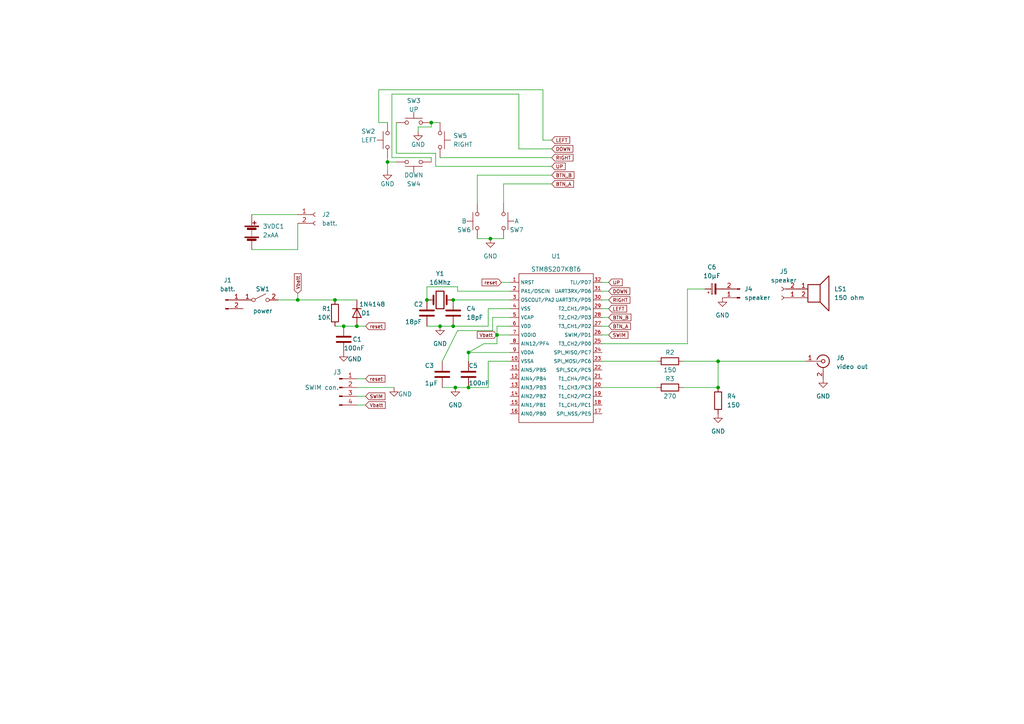
<source format=kicad_sch>
(kicad_sch (version 20211123) (generator eeschema)
  (paper "A4")
  (lib_symbols
    (symbol "Connector:Conn_01x02_Female" (pin_names (offset 1.016) hide)
      (property "Reference" "J" (at 0 2.54 0))
      (property "Value" "Conn_01x02_Female" (at 0 -5.08 0))
      (symbol "Conn_01x02_Female_1_1"
        (arc (start 0 -2.032) (mid -0.508 -2.54) (end 0 -3.048) (stroke (width 0.1524)))
        (polyline (pts (xy -1.27 -2.54) (xy -0.508 -2.54)) (stroke (width 0.1524)))
        (polyline (pts (xy -1.27 0) (xy -0.508 0)) (stroke (width 0.1524)))
        (arc (start 0 0.508) (mid -0.508 0) (end 0 -0.508) (stroke (width 0.1524)))
        (pin passive line (at -5.08 0 0) (length 3.81) (name "Pin_1") (number "1"))
        (pin passive line (at -5.08 -2.54 0) (length 3.81) (name "Pin_2") (number "2"))
      )
    )
    (symbol "Connector:Conn_01x02_Male" (pin_names (offset 1.016) hide)
      (property "Reference" "J" (at 0 2.54 0))
      (property "Value" "Conn_01x02_Male" (at 0 -5.08 0))
      (symbol "Conn_01x02_Male_1_1"
        (polyline (pts (xy 1.27 -2.54) (xy 0.8636 -2.54)) (stroke (width 0.1524)))
        (polyline (pts (xy 1.27 0) (xy 0.8636 0)) (stroke (width 0.1524)))
        (rectangle (start 0.8636 -2.413) (end 0 -2.667) (stroke (width 0.1524)) (fill (type outline)))
        (rectangle (start 0.8636 0.127) (end 0 -0.127) (stroke (width 0.1524)) (fill (type outline)))
        (pin passive line (at 5.08 0 180) (length 3.81) (name "Pin_1") (number "1"))
        (pin passive line (at 5.08 -2.54 180) (length 3.81) (name "Pin_2") (number "2"))
      )
    )
    (symbol "Connector:Conn_01x04_Male" (pin_names (offset 1.016) hide)
      (property "Reference" "J" (at 0 5.08 0))
      (property "Value" "Conn_01x04_Male" (at 0 -7.62 0))
      (symbol "Conn_01x04_Male_1_1"
        (polyline (pts (xy 1.27 -5.08) (xy 0.8636 -5.08)) (stroke (width 0.1524)))
        (polyline (pts (xy 1.27 -2.54) (xy 0.8636 -2.54)) (stroke (width 0.1524)))
        (polyline (pts (xy 1.27 0) (xy 0.8636 0)) (stroke (width 0.1524)))
        (polyline (pts (xy 1.27 2.54) (xy 0.8636 2.54)) (stroke (width 0.1524)))
        (rectangle (start 0.8636 -4.953) (end 0 -5.207) (stroke (width 0.1524)) (fill (type outline)))
        (rectangle (start 0.8636 -2.413) (end 0 -2.667) (stroke (width 0.1524)) (fill (type outline)))
        (rectangle (start 0.8636 0.127) (end 0 -0.127) (stroke (width 0.1524)) (fill (type outline)))
        (rectangle (start 0.8636 2.667) (end 0 2.413) (stroke (width 0.1524)) (fill (type outline)))
        (pin passive line (at 5.08 2.54 180) (length 3.81) (name "Pin_1") (number "1"))
        (pin passive line (at 5.08 0 180) (length 3.81) (name "Pin_2") (number "2"))
        (pin passive line (at 5.08 -2.54 180) (length 3.81) (name "Pin_3") (number "3"))
        (pin passive line (at 5.08 -5.08 180) (length 3.81) (name "Pin_4") (number "4"))
      )
    )
    (symbol "Connector:Conn_Coaxial" (pin_names (offset 1.016) hide)
      (property "Reference" "J" (at 0.254 3.048 0))
      (property "Value" "Conn_Coaxial" (at 2.921 0 90))
      (symbol "Conn_Coaxial_0_1"
        (arc (start -1.778 -0.508) (mid 0.2311 -1.8066) (end 1.778 0) (stroke (width 0.254)))
        (polyline (pts (xy -2.54 0) (xy -0.508 0)))
        (polyline (pts (xy 0 -2.54) (xy 0 -1.778)))
        (circle (center 0 0) (radius 0.508) (stroke (width 0.2032)))
        (arc (start 1.778 0) (mid 0.2099 1.8101) (end -1.778 0.508) (stroke (width 0.254)))
      )
      (symbol "Conn_Coaxial_1_1"
        (pin passive line (at -5.08 0 0) (length 2.54) (name "In") (number "1"))
        (pin passive line (at 0 -5.08 90) (length 2.54) (name "Ext") (number "2"))
      )
    )
    (symbol "Device:Battery" (pin_numbers hide) (pin_names (offset 0) hide)
      (property "Reference" "BT" (at 2.54 2.54 0))
      (property "Value" "Battery" (at 2.54 0 0))
      (symbol "Battery_0_1"
        (rectangle (start -2.032 -1.397) (end 2.032 -1.651) (fill (type outline)))
        (rectangle (start -2.032 1.778) (end 2.032 1.524) (fill (type outline)))
        (rectangle (start -1.3208 -1.9812) (end 1.27 -2.4892) (fill (type outline)))
        (rectangle (start -1.3208 1.1938) (end 1.27 0.6858) (fill (type outline)))
        (polyline (pts (xy 0 -1.524) (xy 0 -1.27)))
        (polyline (pts (xy 0 -1.016) (xy 0 -0.762)))
        (polyline (pts (xy 0 -0.508) (xy 0 -0.254)))
        (polyline (pts (xy 0 0) (xy 0 0.254)))
        (polyline (pts (xy 0 0.508) (xy 0 0.762)))
        (polyline (pts (xy 0 1.778) (xy 0 2.54)))
        (polyline (pts (xy 0.254 2.667) (xy 1.27 2.667)) (stroke (width 0.254)))
        (polyline (pts (xy 0.762 3.175) (xy 0.762 2.159)) (stroke (width 0.254)))
      )
      (symbol "Battery_1_1"
        (pin passive line (at 0 5.08 270) (length 2.54) (name "+") (number "1"))
        (pin passive line (at 0 -5.08 90) (length 2.54) (name "-") (number "2"))
      )
    )
    (symbol "Device:C" (pin_numbers hide) (pin_names (offset 0.254))
      (property "Reference" "C" (at 0.635 2.54 0))
      (property "Value" "C" (at 0.635 -2.54 0))
      (symbol "C_0_1"
        (polyline (pts (xy -2.032 -0.762) (xy 2.032 -0.762)) (stroke (width 0.508)))
        (polyline (pts (xy -2.032 0.762) (xy 2.032 0.762)) (stroke (width 0.508)))
      )
      (symbol "C_1_1"
        (pin passive line (at 0 3.81 270) (length 2.794) (name "~") (number "1"))
        (pin passive line (at 0 -3.81 90) (length 2.794) (name "~") (number "2"))
      )
    )
    (symbol "Device:C_Polarized_Small" (pin_numbers hide) (pin_names (offset 0.254) hide)
      (property "Reference" "C" (at 0.254 1.778 0))
      (property "Value" "C_Polarized_Small" (at 0.254 -2.032 0))
      (symbol "C_Polarized_Small_0_1"
        (rectangle (start -1.524 -0.3048) (end 1.524 -0.6858) (fill (type outline)))
        (rectangle (start -1.524 0.6858) (end 1.524 0.3048))
        (polyline (pts (xy -1.27 1.524) (xy -0.762 1.524)))
        (polyline (pts (xy -1.016 1.27) (xy -1.016 1.778)))
      )
      (symbol "C_Polarized_Small_1_1"
        (pin passive line (at 0 2.54 270) (length 1.8542) (name "~") (number "1"))
        (pin passive line (at 0 -2.54 90) (length 1.8542) (name "~") (number "2"))
      )
    )
    (symbol "Device:Crystal" (pin_numbers hide) (pin_names (offset 1.016) hide)
      (property "Reference" "Y" (at 0 3.81 0))
      (property "Value" "Crystal" (at 0 -3.81 0))
      (symbol "Crystal_0_1"
        (rectangle (start -1.143 2.54) (end 1.143 -2.54) (stroke (width 0.3048)))
        (polyline (pts (xy -2.54 0) (xy -1.905 0)))
        (polyline (pts (xy -1.905 -1.27) (xy -1.905 1.27)) (stroke (width 0.508)))
        (polyline (pts (xy 1.905 -1.27) (xy 1.905 1.27)) (stroke (width 0.508)))
        (polyline (pts (xy 2.54 0) (xy 1.905 0)))
      )
      (symbol "Crystal_1_1"
        (pin passive line (at -3.81 0 0) (length 1.27) (name "1") (number "1"))
        (pin passive line (at 3.81 0 180) (length 1.27) (name "2") (number "2"))
      )
    )
    (symbol "Device:R" (pin_numbers hide) (pin_names (offset 0))
      (property "Reference" "R" (at 2.032 0 90))
      (property "Value" "R" (at 0 0 90))
      (symbol "R_0_1"
        (rectangle (start -1.016 -2.54) (end 1.016 2.54) (stroke (width 0.254)))
      )
      (symbol "R_1_1"
        (pin passive line (at 0 3.81 270) (length 1.27) (name "~") (number "1"))
        (pin passive line (at 0 -3.81 90) (length 1.27) (name "~") (number "2"))
      )
    )
    (symbol "Device:Speaker" (pin_names (offset 0) hide)
      (property "Reference" "LS" (at 1.27 5.715 0))
      (property "Value" "Speaker" (at 1.27 3.81 0))
      (symbol "Speaker_0_0"
        (rectangle (start -2.54 1.27) (end 1.016 -3.81) (stroke (width 0.254)))
        (polyline (pts (xy 1.016 1.27) (xy 3.556 3.81) (xy 3.556 -6.35) (xy 1.016 -3.81)) (stroke (width 0.254)))
      )
      (symbol "Speaker_1_1"
        (pin input line (at -5.08 0 0) (length 2.54) (name "1") (number "1"))
        (pin input line (at -5.08 -2.54 0) (length 2.54) (name "2") (number "2"))
      )
    )
    (symbol "Diode:1N4148" (pin_numbers hide) (pin_names (offset 1.016) hide)
      (property "Reference" "D" (at 0 2.54 0))
      (property "Value" "1N4148" (at 0 -2.54 0))
      (symbol "1N4148_0_1"
        (polyline (pts (xy -1.27 1.27) (xy -1.27 -1.27)) (stroke (width 0.254)))
        (polyline (pts (xy 1.27 0) (xy -1.27 0)))
        (polyline (pts (xy 1.27 1.27) (xy 1.27 -1.27) (xy -1.27 0) (xy 1.27 1.27)) (stroke (width 0.254)))
      )
      (symbol "1N4148_1_1"
        (pin passive line (at -3.81 0 0) (length 2.54) (name "K") (number "1"))
        (pin passive line (at 3.81 0 180) (length 2.54) (name "A") (number "2"))
      )
    )
    (symbol "MCU_ST_STM8:STM8S207K8T6"
      (property "Reference" "U" (at 0 27.94 0))
      (property "Value" "STM8S207K8T6" (at 0 25.4 0))
      (symbol "STM8S207K8T6_0_1"
        (rectangle (start -10.16 24.13) (end 11.43 -19.05))
      )
      (symbol "STM8S207K8T6_1_1"
        (pin input line (at -12.7 21.59 0) (length 2.54) (name "NRST") (number "1"))
        (pin power_in line (at -12.7 -1.27 0) (length 2.54) (name "VSSA") (number "10"))
        (pin bidirectional line (at -12.7 -3.81 0) (length 2.54) (name "AIN5/PB5") (number "11"))
        (pin bidirectional line (at -12.7 -6.35 0) (length 2.54) (name "AIN4/PB4") (number "12"))
        (pin bidirectional line (at -12.7 -8.89 0) (length 2.54) (name "AIN3/PB3") (number "13"))
        (pin bidirectional line (at -12.7 -11.43 0) (length 2.54) (name "AIN2/PB2") (number "14"))
        (pin bidirectional line (at -12.7 -13.97 0) (length 2.54) (name "AIN1/PB1") (number "15"))
        (pin bidirectional line (at -12.7 -16.51 0) (length 2.54) (name "AIN0/PB0") (number "16"))
        (pin bidirectional line (at 13.97 -16.51 180) (length 2.54) (name "SPI_NSS/PE5") (number "17"))
        (pin bidirectional line (at 13.97 -13.97 180) (length 2.54) (name "T1_CH1/PC1") (number "18"))
        (pin bidirectional line (at 13.97 -11.43 180) (length 2.54) (name "T1_CH2/PC2") (number "19"))
        (pin bidirectional line (at -12.7 19.05 0) (length 2.54) (name "PA1/OSCIN") (number "2"))
        (pin bidirectional line (at 13.97 -8.89 180) (length 2.54) (name "T1_CH3/PC3") (number "20"))
        (pin bidirectional line (at 13.97 -6.35 180) (length 2.54) (name "T1_CH4/PC4") (number "21"))
        (pin bidirectional line (at 13.97 -3.81 180) (length 2.54) (name "SPI_SCK/PC5") (number "22"))
        (pin bidirectional line (at 13.97 -1.27 180) (length 2.54) (name "SPI_MOSI/PC6") (number "23"))
        (pin bidirectional line (at 13.97 1.27 180) (length 2.54) (name "SPI_MISO/PC7") (number "24"))
        (pin bidirectional line (at 13.97 3.81 180) (length 2.54) (name "T3_CH2/PD0") (number "25"))
        (pin bidirectional line (at 13.97 6.35 180) (length 2.54) (name "SWIM/PD1") (number "26"))
        (pin bidirectional line (at 13.97 8.89 180) (length 2.54) (name "T3_CH1/PD2") (number "27"))
        (pin bidirectional line (at 13.97 11.43 180) (length 2.54) (name "T2_CH2/PD3") (number "28"))
        (pin bidirectional line (at 13.97 13.97 180) (length 2.54) (name "T2_CH1/PD4") (number "29"))
        (pin bidirectional line (at -12.7 16.51 0) (length 2.54) (name "OSCOUT/PA2") (number "3"))
        (pin bidirectional line (at 13.97 16.51 180) (length 2.54) (name "UART3TX/PD5") (number "30"))
        (pin bidirectional line (at 13.97 19.05 180) (length 2.54) (name "UART3RX/PD6") (number "31"))
        (pin bidirectional line (at 13.97 21.59 180) (length 2.54) (name "TLI/PD7") (number "32"))
        (pin power_in line (at -12.7 13.97 0) (length 2.54) (name "VSS") (number "4"))
        (pin passive line (at -12.7 11.43 0) (length 2.54) (name "VCAP") (number "5"))
        (pin power_in line (at -12.7 8.89 0) (length 2.54) (name "VDD") (number "6"))
        (pin power_in line (at -12.7 6.35 0) (length 2.54) (name "VDDIO") (number "7"))
        (pin bidirectional line (at -12.7 3.81 0) (length 2.54) (name "AIN12/PF4") (number "8"))
        (pin power_in line (at -12.7 1.27 0) (length 2.54) (name "VDDA") (number "9"))
      )
    )
    (symbol "Switch:SW_MEC_5G" (pin_numbers hide) (pin_names (offset 1.016) hide)
      (property "Reference" "SW" (at 1.27 2.54 0))
      (property "Value" "SW_MEC_5G" (at 0 -1.524 0))
      (symbol "SW_MEC_5G_0_1"
        (circle (center -2.032 0) (radius 0.508))
        (polyline (pts (xy 0 1.27) (xy 0 3.048)))
        (polyline (pts (xy 2.54 1.27) (xy -2.54 1.27)))
        (circle (center 2.032 0) (radius 0.508))
        (pin passive line (at -5.08 0 0) (length 2.54) (name "A") (number "1"))
        (pin passive line (at 5.08 0 180) (length 2.54) (name "B") (number "3"))
      )
      (symbol "SW_MEC_5G_1_1"
        (pin passive line (at -5.08 0 0) (length 2.54) hide (name "A") (number "2"))
        (pin passive line (at 5.08 0 180) (length 2.54) hide (name "B") (number "4"))
      )
    )
    (symbol "Switch:SW_SPST" (pin_names (offset 0) hide)
      (property "Reference" "SW" (at 0 3.175 0))
      (property "Value" "SW_SPST" (at 0 -2.54 0))
      (symbol "SW_SPST_0_0"
        (circle (center -2.032 0) (radius 0.508))
        (polyline (pts (xy -1.524 0.254) (xy 1.524 1.778)))
        (circle (center 2.032 0) (radius 0.508))
      )
      (symbol "SW_SPST_1_1"
        (pin passive line (at -5.08 0 0) (length 2.54) (name "A") (number "1"))
        (pin passive line (at 5.08 0 180) (length 2.54) (name "B") (number "2"))
      )
    )
    (symbol "power:GND" (power) (pin_names (offset 0))
      (property "Value" "GND" (at 0 -3.81 0))
      (symbol "GND_0_1"
        (polyline (pts (xy 0 0) (xy 0 -1.27) (xy 1.27 -1.27) (xy 0 -2.54) (xy -1.27 -1.27) (xy 0 -1.27)))
      )
      (symbol "GND_1_1"
        (pin power_in line (at 0 0 270) (length 0) hide (name "GND") (number "1"))
      )
    )
  )
  (junction (at 112.395 46.99))
  (junction (at 131.445 86.995))
  (junction (at 131.445 94.615))
  (junction (at 86.36 86.995))
  (junction (at 132.08 112.395))
  (junction (at 135.89 102.235))
  (junction (at 144.145 97.155))
  (junction (at 123.825 86.995))
  (junction (at 208.28 112.395))
  (junction (at 142.24 69.215))
  (junction (at 99.695 94.615))
  (junction (at 127.635 94.615))
  (junction (at 103.505 94.615))
  (junction (at 208.28 104.775))
  (junction (at 125.095 35.56))
  (junction (at 135.89 112.395))
  (junction (at 97.155 86.995))
  (wire (pts (xy 123.825 94.615) (xy 127.635 94.615)))
  (wire (pts (xy 123.825 83.185) (xy 123.825 86.995)))
  (wire (pts (xy 86.36 85.09) (xy 86.36 86.995)))
  (wire (pts (xy 125.095 36.83) (xy 125.095 35.56)))
  (wire (pts (xy 157.48 40.64) (xy 160.02 40.64)))
  (wire (pts (xy 174.625 92.075) (xy 176.53 92.075)))
  (wire (pts (xy 138.43 50.8) (xy 160.02 50.8)))
  (wire (pts (xy 103.505 109.855) (xy 106.045 109.855)))
  (wire (pts (xy 103.505 94.615) (xy 106.045 94.615)))
  (wire (pts (xy 109.855 35.56) (xy 112.395 35.56)))
  (wire (pts (xy 140.335 99.695) (xy 135.89 102.235)))
  (wire (pts (xy 128.27 104.775) (xy 132.715 95.885)))
  (wire (pts (xy 103.505 112.395) (xy 114.3 112.395)))
  (wire (pts (xy 125.095 35.56) (xy 127.635 35.56)))
  (wire (pts (xy 132.08 112.395) (xy 135.89 112.395)))
  (wire (pts (xy 131.445 86.995) (xy 147.955 86.995)))
  (wire (pts (xy 144.145 97.155) (xy 144.145 94.615)))
  (wire (pts (xy 86.36 86.995) (xy 97.155 86.995)))
  (wire (pts (xy 132.715 83.185) (xy 123.825 83.185)))
  (wire (pts (xy 99.695 94.615) (xy 103.505 94.615)))
  (wire (pts (xy 127.635 94.615) (xy 131.445 94.615)))
  (wire (pts (xy 157.48 26.035) (xy 157.48 40.64)))
  (wire (pts (xy 174.625 89.535) (xy 176.53 89.535)))
  (wire (pts (xy 132.715 95.885) (xy 142.875 95.885)))
  (wire (pts (xy 121.285 36.83) (xy 125.095 36.83)))
  (wire (pts (xy 127.635 45.72) (xy 160.02 45.72)))
  (wire (pts (xy 132.715 84.455) (xy 132.715 83.185)))
  (wire (pts (xy 141.605 94.615) (xy 131.445 94.615)))
  (wire (pts (xy 150.495 43.18) (xy 160.02 43.18)))
  (wire (pts (xy 138.43 59.055) (xy 138.43 50.8)))
  (wire (pts (xy 112.395 45.72) (xy 112.395 46.99)))
  (wire (pts (xy 208.28 104.775) (xy 233.68 104.775)))
  (wire (pts (xy 141.605 104.775) (xy 141.605 112.395)))
  (wire (pts (xy 174.625 99.695) (xy 199.39 99.695)))
  (wire (pts (xy 208.28 104.775) (xy 208.28 112.395)))
  (wire (pts (xy 198.12 104.775) (xy 208.28 104.775)))
  (wire (pts (xy 121.285 38.1) (xy 121.285 36.83)))
  (wire (pts (xy 86.36 72.39) (xy 86.36 64.77)))
  (wire (pts (xy 140.335 99.695) (xy 144.145 99.695)))
  (wire (pts (xy 97.155 94.615) (xy 99.695 94.615)))
  (wire (pts (xy 135.89 102.235) (xy 147.955 102.235)))
  (wire (pts (xy 141.605 89.535) (xy 141.605 94.615)))
  (wire (pts (xy 174.625 112.395) (xy 190.5 112.395)))
  (wire (pts (xy 109.855 26.035) (xy 109.855 35.56)))
  (wire (pts (xy 142.875 92.075) (xy 147.955 92.075)))
  (wire (pts (xy 112.395 46.99) (xy 112.395 49.53)))
  (wire (pts (xy 199.39 83.82) (xy 204.47 83.82)))
  (wire (pts (xy 147.955 104.775) (xy 141.605 104.775)))
  (wire (pts (xy 73.025 72.39) (xy 86.36 72.39)))
  (wire (pts (xy 135.89 102.235) (xy 135.89 104.775)))
  (wire (pts (xy 174.625 81.915) (xy 176.53 81.915)))
  (wire (pts (xy 114.935 44.45) (xy 126.365 44.45)))
  (wire (pts (xy 198.12 112.395) (xy 208.28 112.395)))
  (wire (pts (xy 147.955 84.455) (xy 132.715 84.455)))
  (wire (pts (xy 174.625 84.455) (xy 176.53 84.455)))
  (wire (pts (xy 114.935 35.56) (xy 114.935 44.45)))
  (wire (pts (xy 174.625 94.615) (xy 176.53 94.615)))
  (wire (pts (xy 112.395 46.99) (xy 114.935 46.99)))
  (wire (pts (xy 80.645 86.995) (xy 86.36 86.995)))
  (wire (pts (xy 174.625 86.995) (xy 176.53 86.995)))
  (wire (pts (xy 144.145 99.695) (xy 144.145 97.155)))
  (wire (pts (xy 145.415 81.915) (xy 147.955 81.915)))
  (wire (pts (xy 103.505 114.935) (xy 106.045 114.935)))
  (wire (pts (xy 113.665 45.72) (xy 113.665 27.305)))
  (wire (pts (xy 73.025 62.23) (xy 86.36 62.23)))
  (wire (pts (xy 146.05 53.34) (xy 160.02 53.34)))
  (wire (pts (xy 128.27 112.395) (xy 132.08 112.395)))
  (wire (pts (xy 147.955 89.535) (xy 141.605 89.535)))
  (wire (pts (xy 199.39 83.82) (xy 199.39 99.695)))
  (wire (pts (xy 150.495 27.305) (xy 150.495 43.18)))
  (wire (pts (xy 174.625 97.155) (xy 176.53 97.155)))
  (wire (pts (xy 103.505 117.475) (xy 106.045 117.475)))
  (wire (pts (xy 142.24 69.215) (xy 146.05 69.215)))
  (wire (pts (xy 138.43 69.215) (xy 142.24 69.215)))
  (wire (pts (xy 174.625 104.775) (xy 190.5 104.775)))
  (wire (pts (xy 135.89 112.395) (xy 141.605 112.395)))
  (wire (pts (xy 142.875 95.885) (xy 142.875 92.075)))
  (wire (pts (xy 144.145 94.615) (xy 147.955 94.615)))
  (wire (pts (xy 125.095 46.99) (xy 125.095 45.72)))
  (wire (pts (xy 126.365 48.26) (xy 160.02 48.26)))
  (wire (pts (xy 125.095 45.72) (xy 113.665 45.72)))
  (wire (pts (xy 126.365 44.45) (xy 126.365 48.26)))
  (wire (pts (xy 113.665 27.305) (xy 150.495 27.305)))
  (wire (pts (xy 144.145 97.155) (xy 147.955 97.155)))
  (wire (pts (xy 97.155 86.995) (xy 103.505 86.995)))
  (wire (pts (xy 146.05 59.055) (xy 146.05 53.34)))
  (wire (pts (xy 109.855 26.035) (xy 157.48 26.035)))
  (global_label "BTN_B" (shape input) (at 176.53 92.075 0) (effects (font (size 1 1))) (property "Références Inter-Feuilles" "${INTERSHEET_REFS}" (effects hide)))
  (global_label "RIGHT" (shape input) (at 176.53 86.995 0) (effects (font (size 1 1))) (property "Références Inter-Feuilles" "${INTERSHEET_REFS}" (effects hide)))
  (global_label "SWIM" (shape input) (at 106.045 114.935 0) (effects (font (size 1 1))) (property "Références Inter-Feuilles" "${INTERSHEET_REFS}" (effects hide)))
  (global_label "LEFT" (shape input) (at 176.53 89.535 0) (effects (font (size 1 1))) (property "Références Inter-Feuilles" "${INTERSHEET_REFS}" (effects hide)))
  (global_label "reset" (shape input) (at 145.415 81.915 180) (effects (font (size 1 1))) (property "Références Inter-Feuilles" "${INTERSHEET_REFS}" (effects hide)))
  (global_label "RIGHT" (shape input) (at 160.02 45.72 0) (effects (font (size 1 1))) (property "Références Inter-Feuilles" "${INTERSHEET_REFS}" (effects hide)))
  (global_label "DOWN" (shape input) (at 176.53 84.455 0) (effects (font (size 1 1))) (property "Références Inter-Feuilles" "${INTERSHEET_REFS}" (effects hide)))
  (global_label "Vbatt" (shape input) (at 144.145 97.155 180) (effects (font (size 1 1))) (property "Références Inter-Feuilles" "${INTERSHEET_REFS}" (effects hide)))
  (global_label "DOWN" (shape input) (at 160.02 43.18 0) (effects (font (size 1 1))) (property "Références Inter-Feuilles" "${INTERSHEET_REFS}" (effects hide)))
  (global_label "UP" (shape input) (at 160.02 48.26 0) (effects (font (size 1 1))) (property "Références Inter-Feuilles" "${INTERSHEET_REFS}" (effects hide)))
  (global_label "UP" (shape input) (at 176.53 81.915 0) (effects (font (size 1 1))) (property "Références Inter-Feuilles" "${INTERSHEET_REFS}" (effects hide)))
  (global_label "Vbatt" (shape input) (at 86.36 85.09 90) (effects (font (size 1 1))) (property "Références Inter-Feuilles" "${INTERSHEET_REFS}" (effects hide)))
  (global_label "BTN_A" (shape input) (at 176.53 94.615 0) (effects (font (size 1 1))) (property "Références Inter-Feuilles" "${INTERSHEET_REFS}" (effects hide)))
  (global_label "Vbatt" (shape input) (at 106.045 117.475 0) (effects (font (size 1 1))) (property "Références Inter-Feuilles" "${INTERSHEET_REFS}" (effects hide)))
  (global_label "reset" (shape input) (at 106.045 109.855 0) (effects (font (size 1 1))) (property "Références Inter-Feuilles" "${INTERSHEET_REFS}" (effects hide)))
  (global_label "BTN_A" (shape input) (at 160.02 53.34 0) (effects (font (size 1 1))) (property "Références Inter-Feuilles" "${INTERSHEET_REFS}" (effects hide)))
  (global_label "SWIM" (shape input) (at 176.53 97.155 0) (effects (font (size 1 1))) (property "Références Inter-Feuilles" "${INTERSHEET_REFS}" (effects hide)))
  (global_label "LEFT" (shape input) (at 160.02 40.64 0) (effects (font (size 1 1))) (property "Références Inter-Feuilles" "${INTERSHEET_REFS}" (effects hide)))
  (global_label "reset" (shape input) (at 106.045 94.615 0) (effects (font (size 1 1))) (property "Références Inter-Feuilles" "${INTERSHEET_REFS}" (effects hide)))
  (global_label "BTN_B" (shape input) (at 160.02 50.8 0) (effects (font (size 1 1))) (property "Références Inter-Feuilles" "${INTERSHEET_REFS}" (effects hide)))
  (symbol (lib_id "Device:C") (at 99.695 98.425 0) (unit 1)
    (property "Reference" "C1" (at 102.235 98.425 0) (effects (justify left)))
    (property "Value" "100nF" (at 99.695 100.965 0) (effects (justify left)))
  )
  (symbol (lib_id "Connector:Conn_01x02_Female") (at 226.695 86.36 180) (unit 1)
    (property "Reference" "J5" (at 227.33 78.74 0))
    (property "Value" "speaker" (at 227.33 81.28 0))
  )
  (symbol (lib_id "Connector:Conn_Coaxial") (at 238.76 104.775 0) (unit 1)
    (property "Reference" "J6" (at 242.57 103.7981 0) (effects (justify left)))
    (property "Value" "video out" (at 242.57 106.3381 0) (effects (justify left)))
    (property "Datasheet" " ~" (effects hide))
  )
  (symbol (lib_id "Connector:Conn_01x02_Male") (at 214.63 86.36 180) (unit 1)
    (property "Reference" "J4" (at 215.9 83.8199 0) (effects (justify right)))
    (property "Value" "speaker" (at 215.9 86.3599 0) (effects (justify right)))
  )
  (symbol (lib_id "Device:C") (at 131.445 90.805 0) (unit 1)
    (property "Reference" "C4" (at 135.255 89.5349 0) (effects (justify left)))
    (property "Value" "18pF" (at 135.255 92.0749 0) (effects (justify left)))
  )
  (symbol (lib_id "Device:C") (at 135.89 108.585 0) (unit 1)
    (property "Reference" "C5" (at 135.89 106.045 0) (effects (justify left)))
    (property "Value" "100nF" (at 135.89 111.125 0) (effects (justify left)))
  )
  (symbol (lib_id "power:GND") (at 127.635 94.615 0) (unit 1)
    (property "Reference" "#PWR05" (effects hide))
    (property "Value" "GND" (at 127.635 99.695 0))
  )
  (symbol (lib_id "power:GND") (at 208.28 120.015 0) (unit 1)
    (property "Reference" "#PWR08" (effects hide))
    (property "Value" "GND" (at 208.28 125.095 0))
  )
  (symbol (lib_id "Device:Battery") (at 73.025 67.31 0) (unit 1)
    (property "Reference" "3VDC1" (at 76.2 65.6589 0) (effects (justify left)))
    (property "Value" "2xAA" (at 76.2 68.1989 0) (effects (justify left)))
  )
  (symbol (lib_id "power:GND") (at 121.285 38.1 0) (unit 1)
    (property "Reference" "#PWR04" (effects hide))
    (property "Value" "GND" (at 121.285 41.91 0))
  )
  (symbol (lib_id "power:GND") (at 142.24 69.215 0) (unit 1)
    (property "Reference" "#PWR07" (effects hide))
    (property "Value" "GND" (at 142.24 74.295 0))
  )
  (symbol (lib_id "Diode:1N4148") (at 103.505 90.805 270) (unit 1)
    (property "Reference" "D1" (at 104.775 90.805 90) (effects (justify left)))
    (property "Value" "1N4148" (at 104.14 88.265 90) (effects (justify left)))
    (property "Footprint" "Diode_THT:D_DO-35_SOD27_P7.62mm_Horizontal" (effects hide))
    (property "Datasheet" "https://assets.nexperia.com/documents/data-sheet/1N4148_1N4448.pdf" (effects hide))
  )
  (symbol (lib_id "Switch:SW_MEC_5G") (at 138.43 64.135 90) (unit 1)
    (property "Reference" "SW6" (at 134.62 66.675 90))
    (property "Value" "B" (at 134.62 64.135 90))
    (property "Datasheet" "http://www.apem.com/int/index.php?controller=attachment&id_attachment=488" (effects hide))
  )
  (symbol (lib_id "power:GND") (at 132.08 112.395 0) (unit 1)
    (property "Reference" "#PWR06" (effects hide))
    (property "Value" "GND" (at 132.08 117.475 0))
  )
  (symbol (lib_id "Device:C_Polarized_Small") (at 207.01 83.82 90) (unit 1)
    (property "Reference" "C6" (at 206.4639 77.47 90))
    (property "Value" "10µF" (at 206.4639 80.01 90))
  )
  (symbol (lib_id "Connector:Conn_01x02_Male") (at 65.405 86.995 0) (unit 1)
    (property "Reference" "J1" (at 66.04 81.28 0))
    (property "Value" "batt." (at 66.04 83.82 0))
  )
  (symbol (lib_id "power:GND") (at 238.76 109.855 0) (unit 1)
    (property "Reference" "#PWR010" (effects hide))
    (property "Value" "GND" (at 238.76 114.935 0))
  )
  (symbol (lib_id "Connector:Conn_01x04_Male") (at 98.425 112.395 0) (unit 1)
    (property "Reference" "J3" (at 97.79 107.95 0))
    (property "Value" "SWIM con." (at 93.345 112.395 0))
  )
  (symbol (lib_id "Device:R") (at 97.155 90.805 0) (unit 1)
    (property "Reference" "R1" (at 93.345 89.535 0) (effects (justify left)))
    (property "Value" "10K" (at 92.075 92.075 0) (effects (justify left)))
  )
  (symbol (lib_id "MCU_ST_STM8:STM8S207K8T6") (at 160.655 103.505 0) (unit 1)
    (property "Reference" "U1" (at 161.29 74.295 0))
    (property "Value" "STM8S207K8T6" (at 161.29 78.105 0))
  )
  (symbol (lib_id "Device:Crystal") (at 127.635 86.995 180) (unit 1)
    (property "Reference" "Y1" (at 127.635 79.375 0))
    (property "Value" "16Mhz" (at 127.635 81.915 0))
  )
  (symbol (lib_id "power:GND") (at 112.395 49.53 0) (unit 1)
    (property "Reference" "#PWR02" (effects hide))
    (property "Value" "GND" (at 112.395 53.34 0))
  )
  (symbol (lib_id "Switch:SW_SPST") (at 75.565 86.995 0) (unit 1)
    (property "Reference" "SW1" (at 76.2 83.82 0))
    (property "Value" "power" (at 76.2 90.17 0))
  )
  (symbol (lib_id "Connector:Conn_01x02_Female") (at 91.44 62.23 0) (unit 1)
    (property "Reference" "J2" (at 93.345 62.2299 0) (effects (justify left)))
    (property "Value" "batt." (at 93.345 64.7699 0) (effects (justify left)))
  )
  (symbol (lib_id "Device:R") (at 208.28 116.205 180) (unit 1)
    (property "Reference" "R4" (at 210.82 114.9349 0) (effects (justify right)))
    (property "Value" "150" (at 210.82 117.4749 0) (effects (justify right)))
  )
  (symbol (lib_id "Device:R") (at 194.31 112.395 90) (unit 1)
    (property "Reference" "R3" (at 194.31 109.855 90))
    (property "Value" "270" (at 194.31 114.935 90))
  )
  (symbol (lib_id "Switch:SW_MEC_5G") (at 120.015 35.56 0) (unit 1)
    (property "Reference" "SW3" (at 120.015 29.21 0))
    (property "Value" "UP" (at 120.015 31.75 0))
    (property "Datasheet" "http://www.apem.com/int/index.php?controller=attachment&id_attachment=488" (effects hide))
  )
  (symbol (lib_id "Switch:SW_MEC_5G") (at 112.395 40.64 90) (unit 1)
    (property "Reference" "SW2" (at 104.775 38.1 90) (effects (justify right)))
    (property "Value" "LEFT" (at 104.775 40.64 90) (effects (justify right)))
    (property "Datasheet" "http://www.apem.com/int/index.php?controller=attachment&id_attachment=488" (effects hide))
  )
  (symbol (lib_id "Device:R") (at 194.31 104.775 90) (unit 1)
    (property "Reference" "R2" (at 194.31 102.235 90))
    (property "Value" "150" (at 194.31 107.315 90))
  )
  (symbol (lib_id "power:GND") (at 99.695 102.235 0) (unit 1)
    (property "Reference" "#PWR01" (effects hide))
    (property "Value" "GND" (at 102.87 104.14 0))
  )
  (symbol (lib_id "Device:Speaker") (at 236.855 83.82 0) (unit 1)
    (property "Reference" "LS1" (at 241.935 83.8199 0) (effects (justify left)))
    (property "Value" "150 ohm" (at 241.935 86.3599 0) (effects (justify left)))
  )
  (symbol (lib_id "power:GND") (at 114.3 112.395 0) (unit 1)
    (property "Reference" "#PWR03" (effects hide))
    (property "Value" "GND" (at 117.475 114.3 0))
  )
  (symbol (lib_id "power:GND") (at 209.55 86.36 0) (unit 1)
    (property "Reference" "#PWR09" (effects hide))
    (property "Value" "GND" (at 209.55 91.44 0))
  )
  (symbol (lib_id "Device:C") (at 123.825 90.805 0) (unit 1)
    (property "Reference" "C2" (at 120.015 88.265 0) (effects (justify left)))
    (property "Value" "18pF" (at 117.475 93.345 0) (effects (justify left)))
  )
  (symbol (lib_id "Switch:SW_MEC_5G") (at 127.635 40.64 270) (unit 1)
    (property "Reference" "SW5" (at 131.445 39.3699 90) (effects (justify left)))
    (property "Value" "RIGHT" (at 131.445 41.9099 90) (effects (justify left)))
    (property "Datasheet" "http://www.apem.com/int/index.php?controller=attachment&id_attachment=488" (effects hide))
  )
  (symbol (lib_id "Switch:SW_MEC_5G") (at 146.05 64.135 270) (unit 1)
    (property "Reference" "SW7" (at 149.86 66.675 90))
    (property "Value" "A" (at 149.86 64.135 90))
    (property "Datasheet" "http://www.apem.com/int/index.php?controller=attachment&id_attachment=488" (effects hide))
  )
  (symbol (lib_id "Switch:SW_MEC_5G") (at 120.015 46.99 180) (unit 1)
    (property "Reference" "SW4" (at 120.015 53.34 0))
    (property "Value" "DOWN" (at 120.015 50.8 0))
    (property "Datasheet" "http://www.apem.com/int/index.php?controller=attachment&id_attachment=488" (effects hide))
  )
  (symbol (lib_id "Device:C") (at 128.27 108.585 0) (unit 1)
    (property "Reference" "C3" (at 123.19 106.045 0) (effects (justify left)))
    (property "Value" "1µF" (at 123.19 111.125 0) (effects (justify left)))
  )
)
</source>
